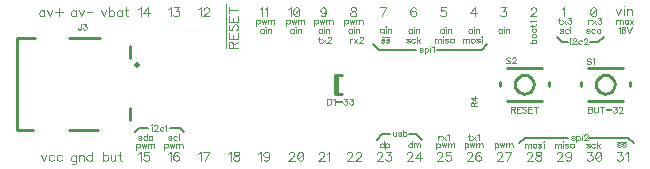
<source format=gto>
G04 DipTrace Beta 2.3.5.2*
%INSilk_Top-GMaple-mini.GTO*%
%MOIN*%
%ADD10C,0.0098*%
%ADD12C,0.003*%
%ADD19C,0.005*%
%ADD20C,0.0025*%
%ADD31C,0.0197*%
%ADD72C,0.0046*%
%FSLAX44Y44*%
G04*
G70*
G90*
G75*
G01*
%LNTopSilk*%
%LPD*%
X13972Y7855D2*
D10*
X14208D1*
X13972Y7226D2*
X14208D1*
X14047D2*
Y7855D1*
X13972Y7226D2*
Y7855D1*
D31*
X7390Y8190D3*
X6130Y9096D2*
D10*
X5106D1*
X3964D2*
X3374D1*
Y6025D1*
X3925D1*
X6091D2*
X5106D1*
X7154Y6733D2*
Y6340D1*
Y8820D2*
Y8426D1*
X23305Y7540D2*
X23290Y7443D1*
X23245Y7355D1*
X23175Y7285D1*
X23087Y7241D1*
X22990Y7225D1*
X22893Y7241D1*
X22805Y7285D1*
X22735Y7355D1*
X22691Y7443D1*
X22675Y7540D1*
X22691Y7637D1*
X22735Y7725D1*
X22805Y7795D1*
X22893Y7840D1*
X22990Y7855D1*
X23087Y7840D1*
X23175Y7795D1*
X23245Y7725D1*
X23290Y7637D1*
X23305Y7540D1*
X22400Y6989D2*
X23581D1*
X22398Y8097D2*
X23579D1*
X22163Y7599D2*
Y7481D1*
X23817Y7599D2*
Y7481D1*
X20605Y7540D2*
X20590Y7443D1*
X20545Y7355D1*
X20475Y7285D1*
X20387Y7241D1*
X20290Y7225D1*
X20193Y7241D1*
X20105Y7285D1*
X20035Y7355D1*
X19991Y7443D1*
X19975Y7540D1*
X19991Y7637D1*
X20035Y7725D1*
X20105Y7795D1*
X20193Y7840D1*
X20290Y7855D1*
X20387Y7840D1*
X20475Y7795D1*
X20545Y7725D1*
X20590Y7637D1*
X20605Y7540D1*
X19700Y6989D2*
X20881D1*
X19698Y8097D2*
X20879D1*
X19463Y7599D2*
Y7481D1*
X21117Y7599D2*
Y7481D1*
X21742Y8941D2*
D19*
X21555D1*
X21367Y9128D1*
X22492Y8941D2*
X22742D1*
X22930Y9128D1*
X15804Y5878D2*
X15554D1*
X15366Y5690D1*
X16429Y5878D2*
X16679D1*
X16867Y5690D1*
X21742Y5753D2*
X20304D1*
X20117Y5565D1*
X22430Y5753D2*
X23742D1*
X23930Y5565D1*
X23367Y5628D2*
D20*
X23680D1*
X8491Y6065D2*
D19*
X8803D1*
X8928Y5940D1*
X7741Y6065D2*
X7428D1*
X7303Y5940D1*
X17367Y8691D2*
X18867D1*
X19054Y8878D1*
X16679Y8691D2*
X15429D1*
X15241Y8878D1*
X15534Y9110D2*
D20*
X15784D1*
X13718Y7062D2*
D12*
Y6861D1*
X13785D1*
X13814Y6871D1*
X13833Y6890D1*
X13843Y6909D1*
X13852Y6938D1*
Y6986D1*
X13843Y7015D1*
X13833Y7034D1*
X13814Y7053D1*
X13785Y7062D1*
X13718D1*
X13914Y7024D2*
X13933Y7034D1*
X13962Y7062D1*
Y6861D1*
X14024Y6990D2*
X14196D1*
X14024Y6933D2*
X14196D1*
X14277Y7062D2*
X14382D1*
X14325Y6986D1*
X14353D1*
X14372Y6976D1*
X14382Y6967D1*
X14392Y6938D1*
Y6919D1*
X14382Y6890D1*
X14363Y6871D1*
X14334Y6861D1*
X14305D1*
X14277Y6871D1*
X14267Y6881D1*
X14258Y6900D1*
X14472Y7062D2*
X14578D1*
X14520Y6986D1*
X14549D1*
X14568Y6976D1*
X14578Y6967D1*
X14587Y6938D1*
Y6919D1*
X14578Y6890D1*
X14558Y6871D1*
X14530Y6861D1*
X14501D1*
X14472Y6871D1*
X14463Y6881D1*
X14453Y6900D1*
X5506Y9561D2*
Y9408D1*
X5497Y9380D1*
X5487Y9370D1*
X5468Y9360D1*
X5449D1*
X5430Y9370D1*
X5420Y9380D1*
X5410Y9408D1*
Y9427D1*
X5587Y9561D2*
X5692D1*
X5635Y9485D1*
X5664D1*
X5683Y9475D1*
X5692Y9466D1*
X5702Y9437D1*
Y9418D1*
X5692Y9389D1*
X5673Y9370D1*
X5644Y9360D1*
X5616D1*
X5587Y9370D1*
X5578Y9380D1*
X5568Y9399D1*
X18605Y6801D2*
Y6887D1*
X18595Y6915D1*
X18586Y6925D1*
X18567Y6935D1*
X18548D1*
X18529Y6925D1*
X18519Y6915D1*
X18509Y6887D1*
Y6801D1*
X18710D1*
X18605Y6868D2*
X18710Y6935D1*
Y7092D2*
X18510D1*
X18643Y6996D1*
Y7140D1*
X22502Y8377D2*
X22483Y8396D1*
X22454Y8405D1*
X22416D1*
X22387Y8396D1*
X22368Y8377D1*
Y8358D1*
X22378Y8338D1*
X22387Y8329D1*
X22406Y8319D1*
X22464Y8300D1*
X22483Y8291D1*
X22493Y8281D1*
X22502Y8262D1*
Y8233D1*
X22483Y8214D1*
X22454Y8204D1*
X22416D1*
X22387Y8214D1*
X22368Y8233D1*
X22564Y8367D2*
X22583Y8377D1*
X22612Y8405D1*
Y8204D1*
X22415Y6796D2*
Y6595D1*
X22501D1*
X22530Y6605D1*
X22539Y6614D1*
X22549Y6633D1*
Y6662D1*
X22539Y6681D1*
X22530Y6691D1*
X22501Y6700D1*
X22530Y6710D1*
X22539Y6719D1*
X22549Y6739D1*
Y6758D1*
X22539Y6777D1*
X22530Y6786D1*
X22501Y6796D1*
X22415D1*
Y6700D2*
X22501D1*
X22610Y6796D2*
Y6653D1*
X22620Y6624D1*
X22639Y6605D1*
X22668Y6595D1*
X22687D1*
X22716Y6605D1*
X22735Y6624D1*
X22744Y6653D1*
Y6796D1*
X22873D2*
Y6595D1*
X22806Y6796D2*
X22940D1*
X23002Y6724D2*
X23174D1*
X23002Y6667D2*
X23174D1*
X23255Y6796D2*
X23360D1*
X23303Y6719D1*
X23332D1*
X23351Y6710D1*
X23360Y6700D1*
X23370Y6672D1*
Y6653D1*
X23360Y6624D1*
X23341Y6605D1*
X23312Y6595D1*
X23284D1*
X23255Y6605D1*
X23246Y6614D1*
X23236Y6633D1*
X23441Y6748D2*
Y6758D1*
X23451Y6777D1*
X23460Y6786D1*
X23480Y6796D1*
X23518D1*
X23537Y6786D1*
X23546Y6777D1*
X23556Y6758D1*
Y6739D1*
X23546Y6719D1*
X23527Y6691D1*
X23432Y6595D1*
X23566D1*
X19812Y8406D2*
X19793Y8425D1*
X19764Y8435D1*
X19726D1*
X19697Y8425D1*
X19678Y8406D1*
Y8387D1*
X19688Y8368D1*
X19697Y8358D1*
X19716Y8349D1*
X19774Y8329D1*
X19793Y8320D1*
X19802Y8310D1*
X19812Y8291D1*
Y8262D1*
X19793Y8243D1*
X19764Y8234D1*
X19726D1*
X19697Y8243D1*
X19678Y8262D1*
X19883Y8387D2*
Y8396D1*
X19893Y8415D1*
X19902Y8425D1*
X19922Y8434D1*
X19960D1*
X19979Y8425D1*
X19988Y8415D1*
X19998Y8396D1*
Y8377D1*
X19988Y8358D1*
X19969Y8329D1*
X19874Y8234D1*
X20008D1*
X19841Y6700D2*
X19927D1*
X19956Y6710D1*
X19966Y6719D1*
X19975Y6739D1*
Y6758D1*
X19966Y6777D1*
X19956Y6786D1*
X19927Y6796D1*
X19841D1*
Y6595D1*
X19908Y6700D2*
X19975Y6595D1*
X20161Y6796D2*
X20037D1*
Y6595D1*
X20161D1*
X20037Y6700D2*
X20114D1*
X20357Y6767D2*
X20338Y6786D1*
X20309Y6796D1*
X20271D1*
X20242Y6786D1*
X20223Y6767D1*
Y6748D1*
X20233Y6729D1*
X20242Y6719D1*
X20261Y6710D1*
X20319Y6691D1*
X20338Y6681D1*
X20348Y6672D1*
X20357Y6653D1*
Y6624D1*
X20338Y6605D1*
X20309Y6595D1*
X20271D1*
X20242Y6605D1*
X20223Y6624D1*
X20543Y6796D2*
X20419D1*
Y6595D1*
X20543D1*
X20419Y6700D2*
X20495D1*
X20672Y6796D2*
Y6595D1*
X20605Y6796D2*
X20739D1*
X4174Y5188D2*
D72*
X4260Y4987D1*
X4346Y5188D1*
X4611Y5145D2*
X4582Y5174D1*
X4553Y5188D1*
X4511D1*
X4482Y5174D1*
X4453Y5145D1*
X4439Y5102D1*
Y5073D1*
X4453Y5030D1*
X4482Y5002D1*
X4511Y4987D1*
X4553D1*
X4582Y5002D1*
X4611Y5030D1*
X4876Y5145D2*
X4847Y5174D1*
X4818Y5188D1*
X4776D1*
X4747Y5174D1*
X4718Y5145D1*
X4704Y5102D1*
Y5073D1*
X4718Y5030D1*
X4747Y5002D1*
X4776Y4987D1*
X4818D1*
X4847Y5002D1*
X4876Y5030D1*
X5346Y5174D2*
Y4944D1*
X5332Y4901D1*
X5318Y4887D1*
X5289Y4872D1*
X5246D1*
X5217Y4887D1*
X5346Y5131D2*
X5318Y5159D1*
X5289Y5174D1*
X5246D1*
X5217Y5159D1*
X5188Y5131D1*
X5174Y5087D1*
Y5059D1*
X5188Y5016D1*
X5217Y4987D1*
X5246Y4973D1*
X5289D1*
X5318Y4987D1*
X5346Y5016D1*
X5439Y5188D2*
Y4987D1*
Y5131D2*
X5482Y5174D1*
X5511Y5188D1*
X5553D1*
X5582Y5174D1*
X5597Y5131D1*
Y4987D1*
X5861Y5288D2*
Y4987D1*
Y5145D2*
X5833Y5174D1*
X5804Y5188D1*
X5761D1*
X5732Y5174D1*
X5703Y5145D1*
X5689Y5102D1*
Y5073D1*
X5703Y5030D1*
X5732Y5002D1*
X5761Y4987D1*
X5804D1*
X5833Y5002D1*
X5861Y5030D1*
X6237Y5288D2*
Y4987D1*
Y5145D2*
X6265Y5174D1*
X6294Y5188D1*
X6337D1*
X6366Y5174D1*
X6394Y5145D1*
X6409Y5102D1*
Y5073D1*
X6394Y5030D1*
X6366Y5002D1*
X6337Y4987D1*
X6294D1*
X6265Y5002D1*
X6237Y5030D1*
X6501Y5188D2*
Y5044D1*
X6516Y5002D1*
X6544Y4987D1*
X6588D1*
X6616Y5002D1*
X6659Y5044D1*
Y5188D2*
Y4987D1*
X6795Y5288D2*
Y5044D1*
X6809Y5002D1*
X6838Y4987D1*
X6867D1*
X6752Y5188D2*
X6852D1*
X7424Y5231D2*
X7453Y5245D1*
X7496Y5288D1*
Y4987D1*
X7761Y5288D2*
X7618D1*
X7603Y5159D1*
X7618Y5173D1*
X7661Y5188D1*
X7704D1*
X7747Y5173D1*
X7775Y5145D1*
X7790Y5102D1*
Y5073D1*
X7775Y5030D1*
X7747Y5001D1*
X7704Y4987D1*
X7661D1*
X7618Y5001D1*
X7603Y5016D1*
X7589Y5044D1*
X8424Y5231D2*
X8453Y5245D1*
X8496Y5288D1*
Y4987D1*
X8761Y5245D2*
X8747Y5274D1*
X8704Y5288D1*
X8675D1*
X8632Y5274D1*
X8603Y5231D1*
X8589Y5159D1*
Y5087D1*
X8603Y5030D1*
X8632Y5001D1*
X8675Y4987D1*
X8689D1*
X8732Y5001D1*
X8761Y5030D1*
X8775Y5073D1*
Y5087D1*
X8761Y5131D1*
X8732Y5159D1*
X8689Y5173D1*
X8675D1*
X8632Y5159D1*
X8603Y5131D1*
X8589Y5087D1*
X9424Y5231D2*
X9453Y5245D1*
X9496Y5288D1*
Y4987D1*
X9646D2*
X9790Y5288D1*
X9589D1*
X11425Y5231D2*
X11453Y5245D1*
X11497Y5288D1*
Y4987D1*
X11776Y5188D2*
X11761Y5145D1*
X11733Y5116D1*
X11690Y5102D1*
X11675D1*
X11632Y5116D1*
X11604Y5145D1*
X11589Y5188D1*
Y5202D1*
X11604Y5245D1*
X11632Y5274D1*
X11675Y5288D1*
X11690D1*
X11733Y5274D1*
X11761Y5245D1*
X11776Y5188D1*
Y5116D1*
X11761Y5044D1*
X11733Y5001D1*
X11690Y4987D1*
X11661D1*
X11618Y5001D1*
X11604Y5030D1*
X12439Y5216D2*
Y5231D1*
X12454Y5260D1*
X12468Y5274D1*
X12497Y5288D1*
X12554D1*
X12583Y5274D1*
X12597Y5260D1*
X12611Y5231D1*
Y5202D1*
X12597Y5173D1*
X12568Y5131D1*
X12425Y4987D1*
X12626D1*
X12805Y5288D2*
X12761Y5274D1*
X12733Y5231D1*
X12718Y5159D1*
Y5116D1*
X12733Y5044D1*
X12761Y5001D1*
X12805Y4987D1*
X12833D1*
X12876Y5001D1*
X12905Y5044D1*
X12919Y5116D1*
Y5159D1*
X12905Y5231D1*
X12876Y5274D1*
X12833Y5288D1*
X12805D1*
X12905Y5231D2*
X12733Y5044D1*
X13439Y5216D2*
Y5231D1*
X13454Y5260D1*
X13468Y5274D1*
X13497Y5288D1*
X13554D1*
X13583Y5274D1*
X13597Y5260D1*
X13612Y5231D1*
Y5202D1*
X13597Y5173D1*
X13568Y5131D1*
X13425Y4987D1*
X13626D1*
X13718Y5231D2*
X13747Y5245D1*
X13790Y5288D1*
Y4987D1*
X14377Y5216D2*
Y5231D1*
X14391Y5260D1*
X14406Y5274D1*
X14434Y5288D1*
X14492D1*
X14520Y5274D1*
X14535Y5260D1*
X14549Y5231D1*
Y5202D1*
X14535Y5173D1*
X14506Y5131D1*
X14362Y4987D1*
X14563D1*
X14671Y5216D2*
Y5231D1*
X14685Y5260D1*
X14699Y5274D1*
X14728Y5288D1*
X14785D1*
X14814Y5274D1*
X14828Y5260D1*
X14843Y5231D1*
Y5202D1*
X14828Y5173D1*
X14800Y5131D1*
X14656Y4987D1*
X14857D1*
X10424Y5231D2*
X10453Y5245D1*
X10496Y5288D1*
Y4987D1*
X10661Y5288D2*
X10618Y5274D1*
X10603Y5245D1*
Y5216D1*
X10618Y5188D1*
X10646Y5173D1*
X10704Y5159D1*
X10747Y5145D1*
X10775Y5116D1*
X10790Y5087D1*
Y5044D1*
X10775Y5016D1*
X10761Y5001D1*
X10718Y4987D1*
X10661D1*
X10618Y5001D1*
X10603Y5016D1*
X10589Y5044D1*
Y5087D1*
X10603Y5116D1*
X10632Y5145D1*
X10675Y5159D1*
X10732Y5173D1*
X10761Y5188D1*
X10775Y5216D1*
Y5245D1*
X10761Y5274D1*
X10718Y5288D1*
X10661D1*
X16377Y5216D2*
Y5231D1*
X16391Y5260D1*
X16406Y5274D1*
X16435Y5288D1*
X16492D1*
X16520Y5274D1*
X16535Y5260D1*
X16549Y5231D1*
Y5202D1*
X16535Y5173D1*
X16506Y5131D1*
X16363Y4987D1*
X16564D1*
X16800D2*
Y5288D1*
X16656Y5087D1*
X16871D1*
X17377Y5216D2*
Y5231D1*
X17392Y5260D1*
X17406Y5274D1*
X17435Y5288D1*
X17492D1*
X17521Y5274D1*
X17535Y5260D1*
X17549Y5231D1*
Y5202D1*
X17535Y5173D1*
X17506Y5131D1*
X17363Y4987D1*
X17564D1*
X17828Y5288D2*
X17685D1*
X17671Y5159D1*
X17685Y5173D1*
X17728Y5188D1*
X17771D1*
X17814Y5173D1*
X17843Y5145D1*
X17857Y5102D1*
Y5073D1*
X17843Y5030D1*
X17814Y5001D1*
X17771Y4987D1*
X17728D1*
X17685Y5001D1*
X17671Y5016D1*
X17656Y5044D1*
X18377Y5216D2*
Y5231D1*
X18392Y5260D1*
X18406Y5274D1*
X18435Y5288D1*
X18492D1*
X18521Y5274D1*
X18535Y5260D1*
X18550Y5231D1*
Y5202D1*
X18535Y5173D1*
X18506Y5131D1*
X18363Y4987D1*
X18564D1*
X18829Y5245D2*
X18814Y5274D1*
X18771Y5288D1*
X18743D1*
X18700Y5274D1*
X18671Y5231D1*
X18656Y5159D1*
Y5087D1*
X18671Y5030D1*
X18700Y5001D1*
X18743Y4987D1*
X18757D1*
X18800Y5001D1*
X18829Y5030D1*
X18843Y5073D1*
Y5087D1*
X18829Y5131D1*
X18800Y5159D1*
X18757Y5173D1*
X18743D1*
X18700Y5159D1*
X18671Y5131D1*
X18656Y5087D1*
X19378Y5216D2*
Y5231D1*
X19392Y5260D1*
X19406Y5274D1*
X19435Y5288D1*
X19492D1*
X19521Y5274D1*
X19535Y5260D1*
X19550Y5231D1*
Y5202D1*
X19535Y5173D1*
X19507Y5131D1*
X19363Y4987D1*
X19564D1*
X19714D2*
X19857Y5288D1*
X19657D1*
X20378Y5216D2*
Y5231D1*
X20392Y5260D1*
X20406Y5274D1*
X20435Y5288D1*
X20492D1*
X20521Y5274D1*
X20535Y5260D1*
X20550Y5231D1*
Y5202D1*
X20535Y5173D1*
X20507Y5131D1*
X20363Y4987D1*
X20564D1*
X20728Y5288D2*
X20685Y5274D1*
X20671Y5245D1*
Y5216D1*
X20685Y5188D1*
X20714Y5173D1*
X20771Y5159D1*
X20814Y5145D1*
X20843Y5116D1*
X20857Y5087D1*
Y5044D1*
X20843Y5016D1*
X20829Y5001D1*
X20786Y4987D1*
X20728D1*
X20685Y5001D1*
X20671Y5016D1*
X20657Y5044D1*
Y5087D1*
X20671Y5116D1*
X20700Y5145D1*
X20743Y5159D1*
X20800Y5173D1*
X20829Y5188D1*
X20843Y5216D1*
Y5245D1*
X20829Y5274D1*
X20786Y5288D1*
X20728D1*
X21378Y5216D2*
Y5231D1*
X21392Y5260D1*
X21406Y5274D1*
X21435Y5288D1*
X21492D1*
X21521Y5274D1*
X21535Y5260D1*
X21550Y5231D1*
Y5202D1*
X21535Y5173D1*
X21507Y5131D1*
X21363Y4987D1*
X21564D1*
X21843Y5188D2*
X21829Y5145D1*
X21800Y5116D1*
X21757Y5102D1*
X21743D1*
X21700Y5116D1*
X21671Y5145D1*
X21657Y5188D1*
Y5202D1*
X21671Y5245D1*
X21700Y5274D1*
X21743Y5288D1*
X21757D1*
X21800Y5274D1*
X21829Y5245D1*
X21843Y5188D1*
Y5116D1*
X21829Y5044D1*
X21800Y5001D1*
X21757Y4987D1*
X21729D1*
X21686Y5001D1*
X21671Y5030D1*
X22392Y5288D2*
X22550D1*
X22464Y5173D1*
X22507D1*
X22535Y5159D1*
X22550Y5145D1*
X22564Y5102D1*
Y5073D1*
X22550Y5030D1*
X22521Y5001D1*
X22478Y4987D1*
X22435D1*
X22392Y5001D1*
X22378Y5016D1*
X22363Y5044D1*
X22743Y5288D2*
X22700Y5274D1*
X22671Y5231D1*
X22657Y5159D1*
Y5116D1*
X22671Y5044D1*
X22700Y5001D1*
X22743Y4987D1*
X22772D1*
X22815Y5001D1*
X22843Y5044D1*
X22858Y5116D1*
Y5159D1*
X22843Y5231D1*
X22815Y5274D1*
X22772Y5288D1*
X22743D1*
X22843Y5231D2*
X22671Y5044D1*
X23392Y5288D2*
X23550D1*
X23464Y5173D1*
X23507D1*
X23535Y5159D1*
X23550Y5145D1*
X23564Y5102D1*
Y5073D1*
X23550Y5030D1*
X23521Y5001D1*
X23478Y4987D1*
X23435D1*
X23392Y5001D1*
X23378Y5016D1*
X23363Y5044D1*
X23657Y5231D2*
X23686Y5245D1*
X23729Y5288D1*
Y4987D1*
X23328Y10048D2*
X23415Y9847D1*
X23500Y10048D1*
X23593Y10149D2*
X23607Y10134D1*
X23622Y10149D1*
X23607Y10163D1*
X23593Y10149D1*
X23607Y10048D2*
Y9847D1*
X23715Y10048D2*
Y9847D1*
Y9991D2*
X23758Y10034D1*
X23787Y10048D1*
X23829D1*
X23858Y10034D1*
X23872Y9991D1*
Y9847D1*
X15377Y5216D2*
Y5231D1*
X15391Y5260D1*
X15406Y5274D1*
X15434Y5288D1*
X15492D1*
X15520Y5274D1*
X15535Y5260D1*
X15549Y5231D1*
Y5202D1*
X15535Y5173D1*
X15506Y5131D1*
X15363Y4987D1*
X15563D1*
X15685Y5288D2*
X15842D1*
X15757Y5173D1*
X15800D1*
X15828Y5159D1*
X15842Y5145D1*
X15857Y5102D1*
Y5073D1*
X15842Y5030D1*
X15814Y5001D1*
X15771Y4987D1*
X15728D1*
X15685Y5001D1*
X15671Y5016D1*
X15656Y5044D1*
X22574Y10101D2*
X22531Y10087D1*
X22503Y10044D1*
X22488Y9972D1*
Y9929D1*
X22503Y9857D1*
X22531Y9814D1*
X22574Y9800D1*
X22603D1*
X22646Y9814D1*
X22675Y9857D1*
X22689Y9929D1*
Y9972D1*
X22675Y10044D1*
X22646Y10087D1*
X22603Y10101D1*
X22574D1*
X22675Y10044D2*
X22503Y9857D1*
X21551Y10044D2*
X21580Y10058D1*
X21623Y10101D1*
Y9800D1*
X20503Y10030D2*
Y10044D1*
X20517Y10073D1*
X20531Y10087D1*
X20560Y10101D1*
X20617D1*
X20646Y10087D1*
X20660Y10073D1*
X20675Y10044D1*
Y10015D1*
X20660Y9986D1*
X20632Y9944D1*
X20488Y9800D1*
X20689D1*
X19517Y10101D2*
X19674D1*
X19588Y9986D1*
X19632D1*
X19660Y9972D1*
X19674Y9958D1*
X19689Y9915D1*
Y9886D1*
X19674Y9843D1*
X19646Y9814D1*
X19603Y9800D1*
X19560D1*
X19517Y9814D1*
X19503Y9829D1*
X19488Y9857D1*
X18631Y9800D2*
Y10101D1*
X18488Y9901D1*
X18703D1*
X17660Y10101D2*
X17517D1*
X17502Y9972D1*
X17517Y9986D1*
X17560Y10001D1*
X17602D1*
X17646Y9986D1*
X17674Y9958D1*
X17689Y9915D1*
Y9886D1*
X17674Y9843D1*
X17646Y9814D1*
X17602Y9800D1*
X17560D1*
X17517Y9814D1*
X17502Y9829D1*
X17488Y9857D1*
X16660Y10058D2*
X16645Y10087D1*
X16602Y10101D1*
X16574D1*
X16531Y10087D1*
X16502Y10044D1*
X16488Y9972D1*
Y9901D1*
X16502Y9843D1*
X16531Y9814D1*
X16574Y9800D1*
X16588D1*
X16631Y9814D1*
X16660Y9843D1*
X16674Y9886D1*
Y9901D1*
X16660Y9944D1*
X16631Y9972D1*
X16588Y9986D1*
X16574D1*
X16531Y9972D1*
X16502Y9944D1*
X16488Y9901D1*
X15545Y9800D2*
X15688Y10101D1*
X15488D1*
X14559D2*
X14516Y10087D1*
X14502Y10058D1*
Y10030D1*
X14516Y10001D1*
X14545Y9986D1*
X14602Y9972D1*
X14645Y9958D1*
X14674Y9929D1*
X14688Y9901D1*
Y9857D1*
X14674Y9829D1*
X14660Y9814D1*
X14616Y9800D1*
X14559D1*
X14516Y9814D1*
X14502Y9829D1*
X14487Y9857D1*
Y9901D1*
X14502Y9929D1*
X14531Y9958D1*
X14573Y9972D1*
X14631Y9986D1*
X14660Y10001D1*
X14674Y10030D1*
Y10058D1*
X14660Y10087D1*
X14616Y10101D1*
X14559D1*
X7424Y10044D2*
X7453Y10058D1*
X7496Y10101D1*
Y9800D1*
X7732D2*
Y10101D1*
X7589Y9901D1*
X7804D1*
X8424Y10044D2*
X8453Y10058D1*
X8496Y10101D1*
Y9800D1*
X8618Y10101D2*
X8775D1*
X8689Y9986D1*
X8732D1*
X8761Y9972D1*
X8775Y9958D1*
X8790Y9915D1*
Y9886D1*
X8775Y9843D1*
X8747Y9814D1*
X8704Y9800D1*
X8661D1*
X8618Y9814D1*
X8603Y9829D1*
X8589Y9857D1*
X9424Y10044D2*
X9453Y10058D1*
X9496Y10101D1*
Y9800D1*
X9604Y10030D2*
Y10044D1*
X9618Y10073D1*
X9632Y10087D1*
X9661Y10101D1*
X9718D1*
X9747Y10087D1*
X9761Y10073D1*
X9776Y10044D1*
Y10015D1*
X9761Y9986D1*
X9733Y9944D1*
X9589Y9800D1*
X9790D1*
X11487Y10044D2*
X11516Y10058D1*
X11559Y10101D1*
Y9800D1*
X11652Y10044D2*
X11681Y10058D1*
X11724Y10101D1*
Y9800D1*
X12425Y10044D2*
X12454Y10058D1*
X12497Y10101D1*
Y9800D1*
X12676Y10101D2*
X12632Y10087D1*
X12604Y10044D1*
X12589Y9972D1*
Y9929D1*
X12604Y9857D1*
X12632Y9814D1*
X12676Y9800D1*
X12704D1*
X12747Y9814D1*
X12776Y9857D1*
X12790Y9929D1*
Y9972D1*
X12776Y10044D1*
X12747Y10087D1*
X12704Y10101D1*
X12676D1*
X12776Y10044D2*
X12604Y9857D1*
X13674Y10001D2*
X13659Y9958D1*
X13631Y9929D1*
X13588Y9915D1*
X13574D1*
X13530Y9929D1*
X13502Y9958D1*
X13487Y10001D1*
Y10015D1*
X13502Y10058D1*
X13530Y10087D1*
X13574Y10101D1*
X13588D1*
X13631Y10087D1*
X13659Y10058D1*
X13674Y10001D1*
Y9929D1*
X13659Y9857D1*
X13631Y9814D1*
X13588Y9800D1*
X13559D1*
X13516Y9814D1*
X13502Y9843D1*
X10572Y8760D2*
Y8889D1*
X10558Y8932D1*
X10543Y8946D1*
X10515Y8960D1*
X10486D1*
X10458Y8946D1*
X10443Y8932D1*
X10429Y8889D1*
Y8760D1*
X10730D1*
X10572Y8860D2*
X10730Y8960D1*
X10429Y9240D2*
Y9053D1*
X10730D1*
Y9240D1*
X10572Y9053D2*
Y9168D1*
X10472Y9533D2*
X10443Y9505D1*
X10429Y9461D1*
Y9404D1*
X10443Y9361D1*
X10472Y9332D1*
X10500D1*
X10529Y9347D1*
X10543Y9361D1*
X10558Y9390D1*
X10587Y9476D1*
X10601Y9505D1*
X10615Y9519D1*
X10644Y9533D1*
X10687D1*
X10716Y9505D1*
X10730Y9461D1*
Y9404D1*
X10716Y9361D1*
X10687Y9332D1*
X10429Y9812D2*
Y9626D1*
X10730D1*
Y9812D1*
X10572Y9626D2*
Y9740D1*
X10429Y10005D2*
X10730D1*
X10429Y9905D2*
Y10106D1*
X10350Y8760D2*
Y10198D1*
X6174Y10001D2*
X6260Y9800D1*
X6346Y10001D1*
X6439Y10101D2*
Y9800D1*
Y9958D2*
X6468Y9987D1*
X6496Y10001D1*
X6539D1*
X6568Y9987D1*
X6597Y9958D1*
X6611Y9915D1*
Y9886D1*
X6597Y9843D1*
X6568Y9815D1*
X6539Y9800D1*
X6496D1*
X6468Y9815D1*
X6439Y9843D1*
X6876Y10001D2*
Y9800D1*
Y9958D2*
X6847Y9987D1*
X6818Y10001D1*
X6776D1*
X6747Y9987D1*
X6718Y9958D1*
X6704Y9915D1*
Y9886D1*
X6718Y9843D1*
X6747Y9815D1*
X6776Y9800D1*
X6818D1*
X6847Y9815D1*
X6876Y9843D1*
X7011Y10101D2*
Y9857D1*
X7026Y9815D1*
X7055Y9800D1*
X7083D1*
X6968Y10001D2*
X7069D1*
X4283D2*
Y9800D1*
Y9958D2*
X4255Y9987D1*
X4226Y10001D1*
X4183D1*
X4154Y9987D1*
X4126Y9958D1*
X4111Y9915D1*
Y9886D1*
X4126Y9843D1*
X4154Y9815D1*
X4183Y9800D1*
X4226D1*
X4255Y9815D1*
X4283Y9843D1*
X4376Y10001D2*
X4462Y9800D1*
X4548Y10001D1*
X4770Y10080D2*
Y9821D1*
X4641Y9950D2*
X4899D1*
X5346Y10001D2*
Y9800D1*
Y9958D2*
X5318Y9987D1*
X5289Y10001D1*
X5246D1*
X5217Y9987D1*
X5189Y9958D1*
X5174Y9915D1*
Y9886D1*
X5189Y9843D1*
X5217Y9815D1*
X5246Y9800D1*
X5289D1*
X5318Y9815D1*
X5346Y9843D1*
X5439Y10001D2*
X5525Y9800D1*
X5611Y10001D1*
X5703Y9951D2*
X5869D1*
X11354Y9693D2*
D12*
Y9492D1*
Y9665D2*
X11374Y9684D1*
X11393Y9693D1*
X11421D1*
X11441Y9684D1*
X11460Y9665D1*
X11469Y9636D1*
Y9617D1*
X11460Y9588D1*
X11441Y9569D1*
X11421Y9559D1*
X11393D1*
X11374Y9569D1*
X11354Y9588D1*
X11531Y9693D2*
X11569Y9559D1*
X11608Y9693D1*
X11646Y9559D1*
X11684Y9693D1*
X11746D2*
Y9559D1*
Y9655D2*
X11775Y9684D1*
X11794Y9693D1*
X11822D1*
X11842Y9684D1*
X11851Y9655D1*
Y9559D1*
Y9655D2*
X11880Y9684D1*
X11899Y9693D1*
X11928D1*
X11947Y9684D1*
X11957Y9655D1*
Y9559D1*
X12354Y9693D2*
Y9492D1*
Y9665D2*
X12374Y9684D1*
X12393Y9693D1*
X12421D1*
X12441Y9684D1*
X12460Y9665D1*
X12469Y9636D1*
Y9617D1*
X12460Y9588D1*
X12441Y9569D1*
X12421Y9559D1*
X12393D1*
X12374Y9569D1*
X12354Y9588D1*
X12531Y9693D2*
X12569Y9559D1*
X12608Y9693D1*
X12646Y9559D1*
X12684Y9693D1*
X12746D2*
Y9559D1*
Y9655D2*
X12775Y9684D1*
X12794Y9693D1*
X12822D1*
X12842Y9684D1*
X12851Y9655D1*
Y9559D1*
Y9655D2*
X12880Y9684D1*
X12899Y9693D1*
X12928D1*
X12947Y9684D1*
X12957Y9655D1*
Y9559D1*
X13292Y9693D2*
Y9492D1*
Y9665D2*
X13311Y9684D1*
X13330Y9693D1*
X13359D1*
X13378Y9684D1*
X13397Y9665D1*
X13407Y9636D1*
Y9617D1*
X13397Y9588D1*
X13378Y9569D1*
X13359Y9559D1*
X13330D1*
X13311Y9569D1*
X13292Y9588D1*
X13469Y9693D2*
X13507Y9559D1*
X13545Y9693D1*
X13584Y9559D1*
X13622Y9693D1*
X13684D2*
Y9559D1*
Y9655D2*
X13712Y9684D1*
X13732Y9693D1*
X13760D1*
X13779Y9684D1*
X13789Y9655D1*
Y9559D1*
Y9655D2*
X13818Y9684D1*
X13837Y9693D1*
X13865D1*
X13885Y9684D1*
X13894Y9655D1*
Y9559D1*
X11594Y9381D2*
Y9247D1*
Y9352D2*
X11575Y9371D1*
X11556Y9381D1*
X11527D1*
X11508Y9371D1*
X11489Y9352D1*
X11479Y9323D1*
Y9304D1*
X11489Y9276D1*
X11508Y9257D1*
X11527Y9247D1*
X11556D1*
X11575Y9257D1*
X11594Y9276D1*
X11656Y9448D2*
X11665Y9438D1*
X11675Y9448D1*
X11665Y9458D1*
X11656Y9448D1*
X11665Y9381D2*
Y9247D1*
X11737Y9381D2*
Y9247D1*
Y9343D2*
X11766Y9371D1*
X11785Y9381D1*
X11813D1*
X11833Y9371D1*
X11842Y9343D1*
Y9247D1*
X14292Y9693D2*
Y9492D1*
Y9665D2*
X14311Y9684D1*
X14330Y9693D1*
X14359D1*
X14378Y9684D1*
X14397Y9665D1*
X14407Y9636D1*
Y9617D1*
X14397Y9588D1*
X14378Y9569D1*
X14359Y9559D1*
X14330D1*
X14311Y9569D1*
X14292Y9588D1*
X14469Y9693D2*
X14507Y9559D1*
X14545Y9693D1*
X14584Y9559D1*
X14622Y9693D1*
X14684D2*
Y9559D1*
Y9655D2*
X14712Y9684D1*
X14732Y9693D1*
X14760D1*
X14779Y9684D1*
X14789Y9655D1*
Y9559D1*
Y9655D2*
X14818Y9684D1*
X14837Y9693D1*
X14865D1*
X14885Y9684D1*
X14894Y9655D1*
Y9559D1*
X12594Y9381D2*
Y9247D1*
Y9352D2*
X12575Y9371D1*
X12556Y9381D1*
X12527D1*
X12508Y9371D1*
X12489Y9352D1*
X12479Y9323D1*
Y9304D1*
X12489Y9276D1*
X12508Y9257D1*
X12527Y9247D1*
X12556D1*
X12575Y9257D1*
X12594Y9276D1*
X12656Y9448D2*
X12665Y9438D1*
X12675Y9448D1*
X12665Y9458D1*
X12656Y9448D1*
X12665Y9381D2*
Y9247D1*
X12737Y9381D2*
Y9247D1*
Y9343D2*
X12766Y9371D1*
X12785Y9381D1*
X12813D1*
X12833Y9371D1*
X12842Y9343D1*
Y9247D1*
X13532Y9381D2*
Y9247D1*
Y9352D2*
X13513Y9371D1*
X13494Y9381D1*
X13465D1*
X13446Y9371D1*
X13427Y9352D1*
X13417Y9323D1*
Y9304D1*
X13427Y9276D1*
X13446Y9257D1*
X13465Y9247D1*
X13494D1*
X13513Y9257D1*
X13532Y9276D1*
X13594Y9448D2*
X13603Y9438D1*
X13613Y9448D1*
X13603Y9458D1*
X13594Y9448D1*
X13603Y9381D2*
Y9247D1*
X13675Y9381D2*
Y9247D1*
Y9343D2*
X13703Y9371D1*
X13723Y9381D1*
X13751D1*
X13770Y9371D1*
X13780Y9343D1*
Y9247D1*
X14532Y9381D2*
Y9247D1*
Y9352D2*
X14513Y9371D1*
X14494Y9381D1*
X14465D1*
X14446Y9371D1*
X14427Y9352D1*
X14417Y9323D1*
Y9304D1*
X14427Y9276D1*
X14446Y9257D1*
X14465Y9247D1*
X14494D1*
X14513Y9257D1*
X14532Y9276D1*
X14594Y9448D2*
X14603Y9438D1*
X14613Y9448D1*
X14603Y9458D1*
X14594Y9448D1*
X14603Y9381D2*
Y9247D1*
X14675Y9381D2*
Y9247D1*
Y9343D2*
X14703Y9371D1*
X14723Y9381D1*
X14751D1*
X14770Y9371D1*
X14780Y9343D1*
Y9247D1*
X15595Y9395D2*
Y9261D1*
Y9366D2*
X15576Y9386D1*
X15556Y9395D1*
X15528D1*
X15509Y9386D1*
X15490Y9366D1*
X15480Y9338D1*
Y9319D1*
X15490Y9290D1*
X15509Y9271D1*
X15528Y9261D1*
X15556D1*
X15576Y9271D1*
X15595Y9290D1*
X15656Y9462D2*
X15666Y9453D1*
X15676Y9462D1*
X15666Y9472D1*
X15656Y9462D1*
X15666Y9395D2*
Y9261D1*
X15737Y9395D2*
Y9261D1*
Y9357D2*
X15766Y9386D1*
X15785Y9395D1*
X15814D1*
X15833Y9386D1*
X15843Y9357D1*
Y9261D1*
X16532Y9381D2*
Y9247D1*
Y9352D2*
X16513Y9371D1*
X16494Y9381D1*
X16465D1*
X16446Y9371D1*
X16427Y9352D1*
X16417Y9323D1*
Y9304D1*
X16427Y9276D1*
X16446Y9257D1*
X16465Y9247D1*
X16494D1*
X16513Y9257D1*
X16532Y9276D1*
X16594Y9448D2*
X16603Y9438D1*
X16613Y9448D1*
X16603Y9458D1*
X16594Y9448D1*
X16603Y9381D2*
Y9247D1*
X16675Y9381D2*
Y9247D1*
Y9343D2*
X16704Y9371D1*
X16723Y9381D1*
X16751D1*
X16771Y9371D1*
X16780Y9343D1*
Y9247D1*
X17595Y9381D2*
Y9247D1*
Y9352D2*
X17576Y9371D1*
X17557Y9381D1*
X17528D1*
X17509Y9371D1*
X17490Y9352D1*
X17480Y9323D1*
Y9304D1*
X17490Y9276D1*
X17509Y9257D1*
X17528Y9247D1*
X17557D1*
X17576Y9257D1*
X17595Y9276D1*
X17657Y9448D2*
X17666Y9438D1*
X17676Y9448D1*
X17666Y9458D1*
X17657Y9448D1*
X17666Y9381D2*
Y9247D1*
X17738Y9381D2*
Y9247D1*
Y9343D2*
X17766Y9371D1*
X17785Y9381D1*
X17814D1*
X17833Y9371D1*
X17843Y9343D1*
Y9247D1*
X18532Y9381D2*
Y9247D1*
Y9352D2*
X18513Y9371D1*
X18494Y9381D1*
X18466D1*
X18446Y9371D1*
X18427Y9352D1*
X18418Y9323D1*
Y9304D1*
X18427Y9276D1*
X18446Y9257D1*
X18466Y9247D1*
X18494D1*
X18513Y9257D1*
X18532Y9276D1*
X18594Y9448D2*
X18604Y9438D1*
X18613Y9448D1*
X18604Y9458D1*
X18594Y9448D1*
X18604Y9381D2*
Y9247D1*
X18675Y9381D2*
Y9247D1*
Y9343D2*
X18704Y9371D1*
X18723Y9381D1*
X18752D1*
X18771Y9371D1*
X18780Y9343D1*
Y9247D1*
X19532Y9381D2*
Y9247D1*
Y9352D2*
X19513Y9371D1*
X19494Y9381D1*
X19466D1*
X19446Y9371D1*
X19427Y9352D1*
X19418Y9323D1*
Y9304D1*
X19427Y9276D1*
X19446Y9257D1*
X19466Y9247D1*
X19494D1*
X19513Y9257D1*
X19532Y9276D1*
X19594Y9448D2*
X19604Y9438D1*
X19613Y9448D1*
X19604Y9458D1*
X19594Y9448D1*
X19604Y9381D2*
Y9247D1*
X19675Y9381D2*
Y9247D1*
Y9343D2*
X19704Y9371D1*
X19723Y9381D1*
X19752D1*
X19771Y9371D1*
X19780Y9343D1*
Y9247D1*
X20479Y8912D2*
X20680D1*
X20574D2*
X20555Y8931D1*
X20546Y8950D1*
Y8979D1*
X20555Y8998D1*
X20574Y9017D1*
X20603Y9027D1*
X20622D1*
X20651Y9017D1*
X20670Y8998D1*
X20680Y8979D1*
Y8950D1*
X20670Y8931D1*
X20651Y8912D1*
X20546Y9136D2*
X20555Y9117D1*
X20574Y9098D1*
X20603Y9088D1*
X20622D1*
X20651Y9098D1*
X20670Y9117D1*
X20680Y9136D1*
Y9165D1*
X20670Y9184D1*
X20651Y9203D1*
X20622Y9213D1*
X20603D1*
X20574Y9203D1*
X20555Y9184D1*
X20546Y9165D1*
Y9136D1*
Y9322D2*
X20555Y9303D1*
X20574Y9284D1*
X20603Y9275D1*
X20622D1*
X20651Y9284D1*
X20670Y9303D1*
X20680Y9322D1*
Y9351D1*
X20670Y9370D1*
X20651Y9389D1*
X20622Y9399D1*
X20603D1*
X20574Y9389D1*
X20555Y9370D1*
X20546Y9351D1*
Y9322D1*
X20479Y9489D2*
X20641D1*
X20670Y9499D1*
X20680Y9518D1*
Y9537D1*
X20546Y9461D2*
Y9528D1*
X20517Y9599D2*
X20507Y9618D1*
X20479Y9647D1*
X20680D1*
X21447Y9760D2*
Y9598D1*
X21456Y9569D1*
X21475Y9559D1*
X21494D1*
X21418Y9693D2*
X21485D1*
X21556D2*
X21661Y9559D1*
Y9693D2*
X21556Y9559D1*
X21742Y9760D2*
X21847D1*
X21790Y9684D1*
X21819D1*
X21838Y9674D1*
X21847Y9665D1*
X21857Y9636D1*
Y9617D1*
X21847Y9588D1*
X21828Y9569D1*
X21800Y9559D1*
X21771D1*
X21742Y9569D1*
X21733Y9579D1*
X21723Y9598D1*
X22418Y9693D2*
Y9559D1*
Y9636D2*
X22428Y9665D1*
X22447Y9684D1*
X22466Y9693D1*
X22495D1*
X22557D2*
X22662Y9559D1*
Y9693D2*
X22557Y9559D1*
X22743Y9760D2*
X22848D1*
X22790Y9684D1*
X22819D1*
X22838Y9674D1*
X22848Y9665D1*
X22857Y9636D1*
Y9617D1*
X22848Y9588D1*
X22829Y9569D1*
X22800Y9559D1*
X22771D1*
X22743Y9569D1*
X22733Y9579D1*
X22723Y9598D1*
X23356Y9693D2*
Y9559D1*
Y9655D2*
X23384Y9684D1*
X23404Y9693D1*
X23432D1*
X23451Y9684D1*
X23461Y9655D1*
Y9559D1*
Y9655D2*
X23490Y9684D1*
X23509Y9693D1*
X23537D1*
X23557Y9684D1*
X23566Y9655D1*
Y9559D1*
X23743Y9693D2*
Y9559D1*
Y9665D2*
X23724Y9684D1*
X23705Y9693D1*
X23676D1*
X23657Y9684D1*
X23638Y9665D1*
X23628Y9636D1*
Y9617D1*
X23638Y9588D1*
X23657Y9569D1*
X23676Y9559D1*
X23705D1*
X23724Y9569D1*
X23743Y9588D1*
X23805Y9693D2*
X23910Y9559D1*
Y9693D2*
X23805Y9559D1*
X22461Y9352D2*
X22451Y9371D1*
X22423Y9381D1*
X22394D1*
X22365Y9371D1*
X22356Y9352D1*
X22365Y9333D1*
X22384Y9323D1*
X22432Y9314D1*
X22451Y9304D1*
X22461Y9285D1*
Y9276D1*
X22451Y9257D1*
X22423Y9247D1*
X22394D1*
X22365Y9257D1*
X22356Y9276D1*
X22637Y9352D2*
X22618Y9371D1*
X22599Y9381D1*
X22570D1*
X22551Y9371D1*
X22532Y9352D1*
X22523Y9323D1*
Y9304D1*
X22532Y9276D1*
X22551Y9257D1*
X22570Y9247D1*
X22599D1*
X22618Y9257D1*
X22637Y9276D1*
X22814Y9381D2*
Y9247D1*
Y9352D2*
X22795Y9371D1*
X22776Y9381D1*
X22747D1*
X22728Y9371D1*
X22709Y9352D1*
X22699Y9323D1*
Y9304D1*
X22709Y9276D1*
X22728Y9257D1*
X22747Y9247D1*
X22776D1*
X22795Y9257D1*
X22814Y9276D1*
X21811Y9070D2*
X21821Y9061D1*
X21831Y9070D1*
X21821Y9080D1*
X21811Y9070D1*
X21821Y9003D2*
Y8869D1*
X21902Y9022D2*
Y9032D1*
X21912Y9051D1*
X21921Y9060D1*
X21940Y9070D1*
X21979D1*
X21998Y9060D1*
X22007Y9051D1*
X22017Y9032D1*
Y9013D1*
X22007Y8993D1*
X21988Y8965D1*
X21892Y8869D1*
X22026D1*
X22203Y8974D2*
X22184Y8994D1*
X22165Y9003D1*
X22136D1*
X22117Y8994D1*
X22098Y8974D1*
X22088Y8946D1*
Y8927D1*
X22098Y8898D1*
X22117Y8879D1*
X22136Y8869D1*
X22165D1*
X22184Y8879D1*
X22203Y8898D1*
X22275Y9022D2*
Y9032D1*
X22284Y9051D1*
X22294Y9060D1*
X22313Y9070D1*
X22351D1*
X22370Y9060D1*
X22380Y9051D1*
X22389Y9032D1*
Y9013D1*
X22380Y8993D1*
X22361Y8965D1*
X22265Y8869D1*
X22399D1*
X23418Y9409D2*
X23437Y9419D1*
X23466Y9448D1*
Y9247D1*
X23643Y9419D2*
X23633Y9438D1*
X23604Y9448D1*
X23585D1*
X23557Y9438D1*
X23537Y9409D1*
X23528Y9362D1*
Y9314D1*
X23537Y9276D1*
X23557Y9256D1*
X23585Y9247D1*
X23595D1*
X23623Y9256D1*
X23643Y9276D1*
X23652Y9304D1*
Y9314D1*
X23643Y9343D1*
X23623Y9362D1*
X23595Y9371D1*
X23585D1*
X23557Y9362D1*
X23537Y9343D1*
X23528Y9314D1*
X23714Y9448D2*
X23790Y9247D1*
X23867Y9448D1*
X21586Y9352D2*
X21576Y9371D1*
X21547Y9381D1*
X21519D1*
X21490Y9371D1*
X21480Y9352D1*
X21490Y9333D1*
X21509Y9323D1*
X21557Y9314D1*
X21576Y9304D1*
X21586Y9285D1*
Y9276D1*
X21576Y9257D1*
X21547Y9247D1*
X21519D1*
X21490Y9257D1*
X21480Y9276D1*
X21762Y9352D2*
X21743Y9371D1*
X21724Y9381D1*
X21695D1*
X21676Y9371D1*
X21657Y9352D1*
X21647Y9323D1*
Y9304D1*
X21657Y9276D1*
X21676Y9257D1*
X21695Y9247D1*
X21724D1*
X21743Y9257D1*
X21762Y9276D1*
X21824Y9448D2*
Y9247D1*
X23495Y5555D2*
X23485Y5574D1*
X23457Y5584D1*
X23428D1*
X23399Y5574D1*
X23390Y5555D1*
X23399Y5536D1*
X23418Y5526D1*
X23466Y5517D1*
X23485Y5507D1*
X23495Y5488D1*
Y5479D1*
X23485Y5460D1*
X23457Y5450D1*
X23428D1*
X23399Y5460D1*
X23390Y5479D1*
X23662Y5555D2*
X23652Y5574D1*
X23624Y5584D1*
X23595D1*
X23566Y5574D1*
X23557Y5555D1*
X23566Y5536D1*
X23585Y5526D1*
X23633Y5517D1*
X23652Y5507D1*
X23662Y5488D1*
Y5479D1*
X23652Y5460D1*
X23624Y5450D1*
X23595D1*
X23566Y5460D1*
X23557Y5479D1*
X22461Y5532D2*
X22452Y5551D1*
X22423Y5561D1*
X22394D1*
X22366Y5551D1*
X22356Y5532D1*
X22366Y5513D1*
X22385Y5503D1*
X22433Y5494D1*
X22452Y5484D1*
X22461Y5465D1*
Y5456D1*
X22452Y5437D1*
X22423Y5427D1*
X22394D1*
X22366Y5437D1*
X22356Y5456D1*
X22638Y5532D2*
X22619Y5551D1*
X22600Y5561D1*
X22571D1*
X22552Y5551D1*
X22533Y5532D1*
X22523Y5503D1*
Y5484D1*
X22533Y5456D1*
X22552Y5437D1*
X22571Y5427D1*
X22600D1*
X22619Y5437D1*
X22638Y5456D1*
X22700Y5628D2*
Y5427D1*
X22796Y5561D2*
X22700Y5465D1*
X22738Y5503D2*
X22805Y5427D1*
X21294Y5561D2*
Y5427D1*
Y5523D2*
X21322Y5551D1*
X21342Y5561D1*
X21370D1*
X21389Y5551D1*
X21399Y5523D1*
Y5427D1*
Y5523D2*
X21428Y5551D1*
X21447Y5561D1*
X21475D1*
X21495Y5551D1*
X21504Y5523D1*
Y5427D1*
X21566Y5628D2*
X21576Y5618D1*
X21585Y5628D1*
X21576Y5638D1*
X21566Y5628D1*
X21576Y5561D2*
Y5427D1*
X21752Y5532D2*
X21743Y5551D1*
X21714Y5561D1*
X21685D1*
X21657Y5551D1*
X21647Y5532D1*
X21657Y5513D1*
X21676Y5503D1*
X21723Y5494D1*
X21743Y5484D1*
X21752Y5465D1*
Y5456D1*
X21743Y5437D1*
X21714Y5427D1*
X21685D1*
X21657Y5437D1*
X21647Y5456D1*
X21862Y5561D2*
X21843Y5551D1*
X21823Y5532D1*
X21814Y5503D1*
Y5484D1*
X21823Y5456D1*
X21843Y5437D1*
X21862Y5427D1*
X21890D1*
X21910Y5437D1*
X21929Y5456D1*
X21938Y5484D1*
Y5503D1*
X21929Y5532D1*
X21910Y5551D1*
X21890Y5561D1*
X21862D1*
X20293D2*
Y5427D1*
Y5523D2*
X20322Y5551D1*
X20341Y5561D1*
X20370D1*
X20389Y5551D1*
X20399Y5523D1*
Y5427D1*
Y5523D2*
X20427Y5551D1*
X20447Y5561D1*
X20475D1*
X20494Y5551D1*
X20504Y5523D1*
Y5427D1*
X20614Y5561D2*
X20595Y5551D1*
X20575Y5532D1*
X20566Y5503D1*
Y5484D1*
X20575Y5456D1*
X20595Y5437D1*
X20614Y5427D1*
X20642D1*
X20662Y5437D1*
X20681Y5456D1*
X20690Y5484D1*
Y5503D1*
X20681Y5532D1*
X20662Y5551D1*
X20642Y5561D1*
X20614D1*
X20857Y5532D2*
X20848Y5551D1*
X20819Y5561D1*
X20790D1*
X20762Y5551D1*
X20752Y5532D1*
X20762Y5513D1*
X20781Y5503D1*
X20829Y5494D1*
X20848Y5484D1*
X20857Y5465D1*
Y5456D1*
X20848Y5437D1*
X20819Y5427D1*
X20790D1*
X20762Y5437D1*
X20752Y5456D1*
X20919Y5628D2*
X20929Y5618D1*
X20938Y5628D1*
X20929Y5638D1*
X20919Y5628D1*
X20929Y5561D2*
Y5427D1*
X21961Y5782D2*
X21952Y5801D1*
X21923Y5811D1*
X21894D1*
X21866Y5801D1*
X21856Y5782D1*
X21866Y5763D1*
X21885Y5753D1*
X21933Y5744D1*
X21952Y5734D1*
X21961Y5715D1*
Y5706D1*
X21952Y5687D1*
X21923Y5677D1*
X21894D1*
X21866Y5687D1*
X21856Y5706D1*
X22023Y5811D2*
Y5610D1*
Y5782D2*
X22042Y5801D1*
X22061Y5811D1*
X22090D1*
X22109Y5801D1*
X22128Y5782D1*
X22138Y5753D1*
Y5734D1*
X22128Y5706D1*
X22109Y5686D1*
X22090Y5677D1*
X22061D1*
X22042Y5686D1*
X22023Y5706D1*
X22200Y5878D2*
X22209Y5868D1*
X22219Y5878D1*
X22209Y5888D1*
X22200Y5878D1*
X22209Y5811D2*
Y5677D1*
X22291Y5830D2*
Y5839D1*
X22300Y5859D1*
X22310Y5868D1*
X22329Y5878D1*
X22367D1*
X22386Y5868D1*
X22396Y5859D1*
X22405Y5839D1*
Y5820D1*
X22396Y5801D1*
X22377Y5773D1*
X22281Y5677D1*
X22415D1*
X7355Y5561D2*
Y5360D1*
Y5532D2*
X7374Y5551D1*
X7393Y5561D1*
X7422D1*
X7441Y5551D1*
X7460Y5532D1*
X7470Y5503D1*
Y5484D1*
X7460Y5456D1*
X7441Y5436D1*
X7422Y5427D1*
X7393D1*
X7374Y5436D1*
X7355Y5456D1*
X7531Y5561D2*
X7570Y5427D1*
X7608Y5561D1*
X7646Y5427D1*
X7684Y5561D1*
X7746D2*
Y5427D1*
Y5523D2*
X7775Y5551D1*
X7794Y5561D1*
X7823D1*
X7842Y5551D1*
X7851Y5523D1*
Y5427D1*
Y5523D2*
X7880Y5551D1*
X7899Y5561D1*
X7928D1*
X7947Y5551D1*
X7957Y5523D1*
Y5427D1*
X8522Y5782D2*
X8513Y5801D1*
X8484Y5811D1*
X8455D1*
X8427Y5801D1*
X8417Y5782D1*
X8427Y5763D1*
X8446Y5753D1*
X8494Y5744D1*
X8513Y5734D1*
X8522Y5715D1*
Y5706D1*
X8513Y5687D1*
X8484Y5677D1*
X8455D1*
X8427Y5687D1*
X8417Y5706D1*
X8699Y5782D2*
X8680Y5801D1*
X8661Y5811D1*
X8632D1*
X8613Y5801D1*
X8594Y5782D1*
X8584Y5753D1*
Y5734D1*
X8594Y5706D1*
X8613Y5687D1*
X8632Y5677D1*
X8661D1*
X8680Y5687D1*
X8699Y5706D1*
X8761Y5878D2*
Y5677D1*
X7522Y5782D2*
X7513Y5801D1*
X7484Y5811D1*
X7455D1*
X7427Y5801D1*
X7417Y5782D1*
X7427Y5763D1*
X7446Y5753D1*
X7494Y5744D1*
X7513Y5734D1*
X7522Y5715D1*
Y5706D1*
X7513Y5687D1*
X7484Y5677D1*
X7455D1*
X7427Y5687D1*
X7417Y5706D1*
X7699Y5878D2*
Y5677D1*
Y5782D2*
X7680Y5801D1*
X7661Y5811D1*
X7632D1*
X7613Y5801D1*
X7594Y5782D1*
X7584Y5753D1*
Y5734D1*
X7594Y5706D1*
X7613Y5687D1*
X7632Y5677D1*
X7661D1*
X7680Y5687D1*
X7699Y5706D1*
X7875Y5811D2*
Y5677D1*
Y5782D2*
X7856Y5801D1*
X7837Y5811D1*
X7809D1*
X7789Y5801D1*
X7770Y5782D1*
X7761Y5753D1*
Y5734D1*
X7770Y5706D1*
X7789Y5687D1*
X7809Y5677D1*
X7837D1*
X7856Y5687D1*
X7875Y5706D1*
X7855Y6190D2*
X7864Y6181D1*
X7874Y6190D1*
X7864Y6200D1*
X7855Y6190D1*
X7864Y6123D2*
Y5989D1*
X7945Y6142D2*
Y6152D1*
X7955Y6171D1*
X7964Y6181D1*
X7984Y6190D1*
X8022D1*
X8041Y6181D1*
X8050Y6171D1*
X8060Y6152D1*
Y6133D1*
X8050Y6114D1*
X8031Y6085D1*
X7936Y5989D1*
X8070D1*
X8246Y6095D2*
X8227Y6114D1*
X8208Y6123D1*
X8179D1*
X8160Y6114D1*
X8141Y6095D1*
X8131Y6066D1*
Y6047D1*
X8141Y6018D1*
X8160Y5999D1*
X8179Y5989D1*
X8208D1*
X8227Y5999D1*
X8246Y6018D1*
X8308Y6152D2*
X8327Y6162D1*
X8356Y6190D1*
Y5989D1*
X13446Y9128D2*
Y8965D1*
X13456Y8937D1*
X13475Y8927D1*
X13494D1*
X13418Y9061D2*
X13485D1*
X13556D2*
X13661Y8927D1*
Y9061D2*
X13556Y8927D1*
X13733Y9080D2*
Y9090D1*
X13742Y9109D1*
X13752Y9118D1*
X13771Y9128D1*
X13809D1*
X13828Y9118D1*
X13838Y9109D1*
X13847Y9090D1*
Y9071D1*
X13838Y9051D1*
X13819Y9023D1*
X13723Y8927D1*
X13857D1*
X14480Y9061D2*
Y8927D1*
Y9004D2*
X14490Y9032D1*
X14509Y9052D1*
X14528Y9061D1*
X14557D1*
X14619D2*
X14724Y8927D1*
Y9061D2*
X14619Y8927D1*
X14796Y9080D2*
Y9090D1*
X14805Y9109D1*
X14815Y9118D1*
X14834Y9128D1*
X14872D1*
X14891Y9118D1*
X14901Y9109D1*
X14910Y9090D1*
Y9071D1*
X14901Y9051D1*
X14882Y9023D1*
X14786Y8927D1*
X14920D1*
X16461Y9032D2*
X16451Y9052D1*
X16423Y9061D1*
X16394D1*
X16365Y9052D1*
X16356Y9032D1*
X16365Y9013D1*
X16384Y9004D1*
X16432Y8994D1*
X16451Y8985D1*
X16461Y8965D1*
Y8956D1*
X16451Y8937D1*
X16423Y8927D1*
X16394D1*
X16365Y8937D1*
X16356Y8956D1*
X16637Y9032D2*
X16618Y9052D1*
X16599Y9061D1*
X16571D1*
X16551Y9052D1*
X16532Y9032D1*
X16523Y9004D1*
Y8985D1*
X16532Y8956D1*
X16551Y8937D1*
X16571Y8927D1*
X16599D1*
X16618Y8937D1*
X16637Y8956D1*
X16699Y9128D2*
Y8927D1*
X16795Y9061D2*
X16699Y8965D1*
X16737Y9004D2*
X16804Y8927D1*
X15624Y9028D2*
X15614Y9047D1*
X15586Y9057D1*
X15557D1*
X15528Y9047D1*
X15519Y9028D1*
X15528Y9009D1*
X15547Y8999D1*
X15595Y8990D1*
X15614Y8980D1*
X15624Y8961D1*
Y8952D1*
X15614Y8933D1*
X15586Y8923D1*
X15557D1*
X15528Y8933D1*
X15519Y8952D1*
X15791Y9028D2*
X15781Y9047D1*
X15753Y9057D1*
X15724D1*
X15695Y9047D1*
X15686Y9028D1*
X15695Y9009D1*
X15714Y8999D1*
X15762Y8990D1*
X15781Y8980D1*
X15791Y8961D1*
Y8952D1*
X15781Y8933D1*
X15753Y8923D1*
X15724D1*
X15695Y8933D1*
X15686Y8952D1*
X17293Y9061D2*
Y8927D1*
Y9023D2*
X17322Y9052D1*
X17341Y9061D1*
X17370D1*
X17389Y9052D1*
X17398Y9023D1*
Y8927D1*
Y9023D2*
X17427Y9052D1*
X17446Y9061D1*
X17475D1*
X17494Y9052D1*
X17504Y9023D1*
Y8927D1*
X17566Y9128D2*
X17575Y9119D1*
X17585Y9128D1*
X17575Y9138D1*
X17566Y9128D1*
X17575Y9061D2*
Y8927D1*
X17752Y9032D2*
X17742Y9052D1*
X17714Y9061D1*
X17685D1*
X17656Y9052D1*
X17647Y9032D1*
X17656Y9013D1*
X17675Y9004D1*
X17723Y8994D1*
X17742Y8985D1*
X17752Y8965D1*
Y8956D1*
X17742Y8937D1*
X17714Y8927D1*
X17685D1*
X17656Y8937D1*
X17647Y8956D1*
X17861Y9061D2*
X17842Y9052D1*
X17823Y9032D1*
X17814Y9004D1*
Y8985D1*
X17823Y8956D1*
X17842Y8937D1*
X17861Y8927D1*
X17890D1*
X17909Y8937D1*
X17928Y8956D1*
X17938Y8985D1*
Y9004D1*
X17928Y9032D1*
X17909Y9052D1*
X17890Y9061D1*
X17861D1*
X15595Y5635D2*
Y5434D1*
Y5539D2*
X15576Y5558D1*
X15556Y5568D1*
X15528D1*
X15509Y5558D1*
X15489Y5539D1*
X15480Y5510D1*
Y5491D1*
X15489Y5463D1*
X15509Y5444D1*
X15528Y5434D1*
X15556D1*
X15576Y5444D1*
X15595Y5463D1*
X15656Y5568D2*
Y5367D1*
Y5539D2*
X15676Y5558D1*
X15695Y5568D1*
X15723D1*
X15743Y5558D1*
X15762Y5539D1*
X15771Y5510D1*
Y5491D1*
X15762Y5463D1*
X15743Y5443D1*
X15723Y5434D1*
X15695D1*
X15676Y5443D1*
X15656Y5463D1*
X18293Y5568D2*
Y5367D1*
Y5539D2*
X18312Y5558D1*
X18331Y5568D1*
X18360D1*
X18379Y5558D1*
X18398Y5539D1*
X18408Y5510D1*
Y5491D1*
X18398Y5463D1*
X18379Y5443D1*
X18360Y5434D1*
X18331D1*
X18312Y5443D1*
X18293Y5463D1*
X18469Y5568D2*
X18508Y5434D1*
X18546Y5568D1*
X18584Y5434D1*
X18622Y5568D1*
X18684D2*
Y5434D1*
Y5530D2*
X18713Y5558D1*
X18732Y5568D1*
X18761D1*
X18780Y5558D1*
X18789Y5530D1*
Y5434D1*
Y5530D2*
X18818Y5558D1*
X18837Y5568D1*
X18866D1*
X18885Y5558D1*
X18895Y5530D1*
Y5434D1*
X17355Y5568D2*
Y5367D1*
Y5539D2*
X17374Y5558D1*
X17393Y5568D1*
X17422D1*
X17441Y5558D1*
X17460Y5539D1*
X17470Y5510D1*
Y5491D1*
X17460Y5463D1*
X17441Y5443D1*
X17422Y5434D1*
X17393D1*
X17374Y5443D1*
X17355Y5463D1*
X17532Y5568D2*
X17570Y5434D1*
X17608Y5568D1*
X17646Y5434D1*
X17685Y5568D1*
X17746D2*
Y5434D1*
Y5530D2*
X17775Y5558D1*
X17794Y5568D1*
X17823D1*
X17842Y5558D1*
X17852Y5530D1*
Y5434D1*
Y5530D2*
X17880Y5558D1*
X17900Y5568D1*
X17928D1*
X17947Y5558D1*
X17957Y5530D1*
Y5434D1*
X17418Y5818D2*
Y5684D1*
Y5760D2*
X17427Y5789D1*
X17446Y5808D1*
X17465Y5818D1*
X17494D1*
X17556D2*
X17661Y5684D1*
Y5818D2*
X17556Y5684D1*
X17723Y5846D2*
X17742Y5856D1*
X17771Y5885D1*
Y5684D1*
X18446Y5885D2*
Y5722D1*
X18456Y5694D1*
X18475Y5684D1*
X18494D1*
X18418Y5818D2*
X18485D1*
X18556D2*
X18661Y5684D1*
Y5818D2*
X18556Y5684D1*
X18723Y5846D2*
X18742Y5856D1*
X18771Y5885D1*
Y5684D1*
X16532Y5635D2*
Y5434D1*
Y5539D2*
X16513Y5558D1*
X16494Y5568D1*
X16465D1*
X16446Y5558D1*
X16427Y5539D1*
X16417Y5510D1*
Y5491D1*
X16427Y5463D1*
X16446Y5444D1*
X16465Y5434D1*
X16494D1*
X16513Y5444D1*
X16532Y5463D1*
X16594Y5568D2*
Y5434D1*
Y5530D2*
X16623Y5558D1*
X16642Y5568D1*
X16670D1*
X16690Y5558D1*
X16699Y5530D1*
Y5434D1*
Y5530D2*
X16728Y5558D1*
X16747Y5568D1*
X16776D1*
X16795Y5558D1*
X16805Y5530D1*
Y5434D1*
X15917Y5943D2*
Y5847D1*
X15927Y5819D1*
X15946Y5809D1*
X15975D1*
X15994Y5819D1*
X16023Y5847D1*
Y5943D2*
Y5809D1*
X16190Y5914D2*
X16180Y5933D1*
X16151Y5943D1*
X16123D1*
X16094Y5933D1*
X16084Y5914D1*
X16094Y5895D1*
X16113Y5885D1*
X16161Y5876D1*
X16180Y5866D1*
X16190Y5847D1*
Y5838D1*
X16180Y5819D1*
X16151Y5809D1*
X16123D1*
X16094Y5819D1*
X16084Y5838D1*
X16251Y6010D2*
Y5809D1*
Y5914D2*
X16271Y5933D1*
X16290Y5943D1*
X16318D1*
X16337Y5933D1*
X16357Y5914D1*
X16366Y5885D1*
Y5866D1*
X16357Y5838D1*
X16337Y5819D1*
X16318Y5809D1*
X16290D1*
X16271Y5819D1*
X16251Y5838D1*
X19293Y5568D2*
Y5367D1*
Y5539D2*
X19312Y5558D1*
X19331Y5568D1*
X19360D1*
X19379Y5558D1*
X19398Y5539D1*
X19408Y5510D1*
Y5491D1*
X19398Y5463D1*
X19379Y5443D1*
X19360Y5434D1*
X19331D1*
X19312Y5443D1*
X19293Y5463D1*
X19469Y5568D2*
X19508Y5434D1*
X19546Y5568D1*
X19584Y5434D1*
X19622Y5568D1*
X19684D2*
Y5434D1*
Y5530D2*
X19713Y5558D1*
X19732Y5568D1*
X19761D1*
X19780Y5558D1*
X19789Y5530D1*
Y5434D1*
Y5530D2*
X19818Y5558D1*
X19837Y5568D1*
X19866D1*
X19885Y5558D1*
X19895Y5530D1*
Y5434D1*
X8292Y5561D2*
Y5360D1*
Y5532D2*
X8311Y5551D1*
X8330Y5561D1*
X8359D1*
X8378Y5551D1*
X8397Y5532D1*
X8407Y5503D1*
Y5484D1*
X8397Y5456D1*
X8378Y5436D1*
X8359Y5427D1*
X8330D1*
X8311Y5436D1*
X8292Y5456D1*
X8469Y5561D2*
X8507Y5427D1*
X8545Y5561D1*
X8584Y5427D1*
X8622Y5561D1*
X8684D2*
Y5427D1*
Y5523D2*
X8712Y5551D1*
X8732Y5561D1*
X8760D1*
X8779Y5551D1*
X8789Y5523D1*
Y5427D1*
Y5523D2*
X8818Y5551D1*
X8837Y5561D1*
X8865D1*
X8885Y5551D1*
X8894Y5523D1*
Y5427D1*
X18231Y9061D2*
Y8927D1*
Y9023D2*
X18259Y9052D1*
X18279Y9061D1*
X18307D1*
X18326Y9052D1*
X18336Y9023D1*
Y8927D1*
Y9023D2*
X18365Y9052D1*
X18384Y9061D1*
X18412D1*
X18432Y9052D1*
X18441Y9023D1*
Y8927D1*
X18551Y9061D2*
X18532Y9052D1*
X18513Y9032D1*
X18503Y9004D1*
Y8985D1*
X18513Y8956D1*
X18532Y8937D1*
X18551Y8927D1*
X18580D1*
X18599Y8937D1*
X18618Y8956D1*
X18628Y8985D1*
Y9004D1*
X18618Y9032D1*
X18599Y9052D1*
X18580Y9061D1*
X18551D1*
X18795Y9032D2*
X18785Y9052D1*
X18756Y9061D1*
X18728D1*
X18699Y9052D1*
X18689Y9032D1*
X18699Y9013D1*
X18718Y9004D1*
X18766Y8994D1*
X18785Y8985D1*
X18795Y8965D1*
Y8956D1*
X18785Y8937D1*
X18756Y8927D1*
X18728D1*
X18699Y8937D1*
X18689Y8956D1*
X18856Y9128D2*
X18866Y9119D1*
X18876Y9128D1*
X18866Y9138D1*
X18856Y9128D1*
X18866Y9061D2*
Y8927D1*
X16898Y8720D2*
X16889Y8739D1*
X16860Y8749D1*
X16831D1*
X16803Y8739D1*
X16793Y8720D1*
X16803Y8701D1*
X16822Y8691D1*
X16870Y8682D1*
X16889Y8672D1*
X16898Y8653D1*
Y8643D1*
X16889Y8624D1*
X16860Y8615D1*
X16831D1*
X16803Y8624D1*
X16793Y8643D1*
X16960Y8749D2*
Y8548D1*
Y8720D2*
X16979Y8739D1*
X16998Y8749D1*
X17027D1*
X17046Y8739D1*
X17065Y8720D1*
X17075Y8691D1*
Y8672D1*
X17065Y8643D1*
X17046Y8624D1*
X17027Y8615D1*
X16998D1*
X16979Y8624D1*
X16960Y8643D1*
X17137Y8816D2*
X17146Y8806D1*
X17156Y8816D1*
X17146Y8825D1*
X17137Y8816D1*
X17146Y8749D2*
Y8615D1*
X17218Y8777D2*
X17237Y8787D1*
X17266Y8815D1*
Y8615D1*
M02*

</source>
